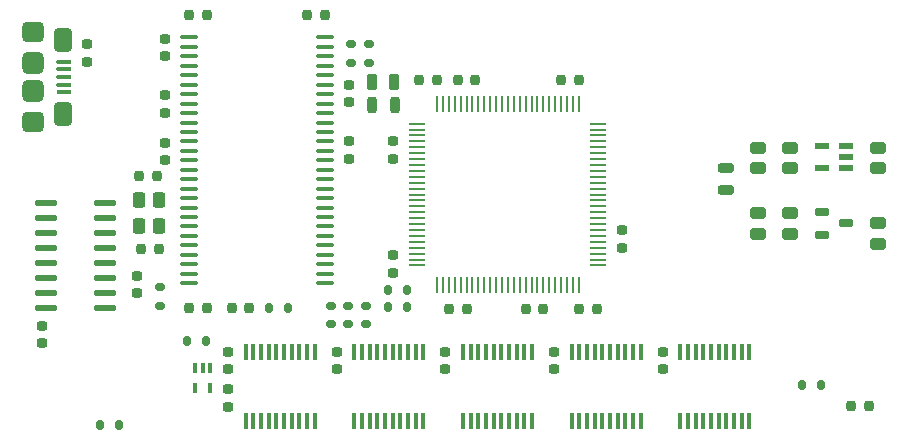
<source format=gtp>
G04 #@! TF.GenerationSoftware,KiCad,Pcbnew,7.0.10*
G04 #@! TF.CreationDate,2024-04-24T06:19:39-04:00*
G04 #@! TF.ProjectId,RAM2E,52414d32-452e-46b6-9963-61645f706362,2.1*
G04 #@! TF.SameCoordinates,Original*
G04 #@! TF.FileFunction,Paste,Top*
G04 #@! TF.FilePolarity,Positive*
%FSLAX46Y46*%
G04 Gerber Fmt 4.6, Leading zero omitted, Abs format (unit mm)*
G04 Created by KiCad (PCBNEW 7.0.10) date 2024-04-24 06:19:39*
%MOMM*%
%LPD*%
G01*
G04 APERTURE LIST*
G04 Aperture macros list*
%AMRoundRect*
0 Rectangle with rounded corners*
0 $1 Rounding radius*
0 $2 $3 $4 $5 $6 $7 $8 $9 X,Y pos of 4 corners*
0 Add a 4 corners polygon primitive as box body*
4,1,4,$2,$3,$4,$5,$6,$7,$8,$9,$2,$3,0*
0 Add four circle primitives for the rounded corners*
1,1,$1+$1,$2,$3*
1,1,$1+$1,$4,$5*
1,1,$1+$1,$6,$7*
1,1,$1+$1,$8,$9*
0 Add four rect primitives between the rounded corners*
20,1,$1+$1,$2,$3,$4,$5,0*
20,1,$1+$1,$4,$5,$6,$7,0*
20,1,$1+$1,$6,$7,$8,$9,0*
20,1,$1+$1,$8,$9,$2,$3,0*%
G04 Aperture macros list end*
%ADD10RoundRect,0.092500X0.092500X-0.592500X0.092500X0.592500X-0.092500X0.592500X-0.092500X-0.592500X0*%
%ADD11RoundRect,0.192500X-0.242500X0.192500X-0.242500X-0.192500X0.242500X-0.192500X0.242500X0.192500X0*%
%ADD12RoundRect,0.099500X-0.625500X-0.099500X0.625500X-0.099500X0.625500X0.099500X-0.625500X0.099500X0*%
%ADD13RoundRect,0.192500X0.192500X0.242500X-0.192500X0.242500X-0.192500X-0.242500X0.192500X-0.242500X0*%
%ADD14RoundRect,0.250000X-0.425000X0.250000X-0.425000X-0.250000X0.425000X-0.250000X0.425000X0.250000X0*%
%ADD15RoundRect,0.192500X-0.192500X-0.242500X0.192500X-0.242500X0.192500X0.242500X-0.192500X0.242500X0*%
%ADD16RoundRect,0.250000X0.425000X-0.250000X0.425000X0.250000X-0.425000X0.250000X-0.425000X-0.250000X0*%
%ADD17RoundRect,0.175000X-0.450000X-0.175000X0.450000X-0.175000X0.450000X0.175000X-0.450000X0.175000X0*%
%ADD18RoundRect,0.200000X0.475000X-0.200000X0.475000X0.200000X-0.475000X0.200000X-0.475000X-0.200000X0*%
%ADD19RoundRect,0.150000X-0.150000X-0.275000X0.150000X-0.275000X0.150000X0.275000X-0.150000X0.275000X0*%
%ADD20RoundRect,0.200000X-0.200000X-0.475000X0.200000X-0.475000X0.200000X0.475000X-0.200000X0.475000X0*%
%ADD21RoundRect,0.224700X0.224700X0.437200X-0.224700X0.437200X-0.224700X-0.437200X0.224700X-0.437200X0*%
%ADD22RoundRect,0.150000X-0.275000X0.150000X-0.275000X-0.150000X0.275000X-0.150000X0.275000X0.150000X0*%
%ADD23RoundRect,0.057500X0.645000X0.057500X-0.645000X0.057500X-0.645000X-0.057500X0.645000X-0.057500X0*%
%ADD24RoundRect,0.057500X0.057500X0.645000X-0.057500X0.645000X-0.057500X-0.645000X0.057500X-0.645000X0*%
%ADD25RoundRect,0.192500X0.242500X-0.192500X0.242500X0.192500X-0.242500X0.192500X-0.242500X-0.192500X0*%
%ADD26RoundRect,0.275000X0.275000X-0.375000X0.275000X0.375000X-0.275000X0.375000X-0.275000X-0.375000X0*%
%ADD27RoundRect,0.137500X0.487500X0.137500X-0.487500X0.137500X-0.487500X-0.137500X0.487500X-0.137500X0*%
%ADD28RoundRect,0.137500X0.812500X0.137500X-0.812500X0.137500X-0.812500X-0.137500X0.812500X-0.137500X0*%
%ADD29RoundRect,0.080000X-0.555000X0.080000X-0.555000X-0.080000X0.555000X-0.080000X0.555000X0.080000X0*%
%ADD30RoundRect,0.075000X-0.550000X0.075000X-0.550000X-0.075000X0.550000X-0.075000X0.550000X0.075000X0*%
%ADD31RoundRect,0.437500X-0.487500X0.437500X-0.487500X-0.437500X0.487500X-0.437500X0.487500X0.437500X0*%
%ADD32RoundRect,0.387500X-0.387500X0.637500X-0.387500X-0.637500X0.387500X-0.637500X0.387500X0.637500X0*%
%ADD33RoundRect,0.462500X-0.462500X0.462500X-0.462500X-0.462500X0.462500X-0.462500X0.462500X0.462500X0*%
%ADD34RoundRect,0.150000X0.275000X-0.150000X0.275000X0.150000X-0.275000X0.150000X-0.275000X-0.150000X0*%
%ADD35RoundRect,0.080000X-0.080000X0.380000X-0.080000X-0.380000X0.080000X-0.380000X0.080000X0.380000X0*%
%ADD36RoundRect,0.150000X0.150000X0.275000X-0.150000X0.275000X-0.150000X-0.275000X0.150000X-0.275000X0*%
G04 APERTURE END LIST*
D10*
X236250000Y-127550000D03*
X236900000Y-127550000D03*
X237550000Y-127550000D03*
X238200000Y-127550000D03*
X238850000Y-127550000D03*
X239500000Y-127550000D03*
X240150000Y-127550000D03*
X240800000Y-127550000D03*
X241450000Y-127550000D03*
X242100000Y-127550000D03*
X242100000Y-121650000D03*
X241450000Y-121650000D03*
X240800000Y-121650000D03*
X240150000Y-121650000D03*
X239500000Y-121650000D03*
X238850000Y-121650000D03*
X238200000Y-121650000D03*
X237550000Y-121650000D03*
X236900000Y-121650000D03*
X236250000Y-121650000D03*
D11*
X234750000Y-121650000D03*
X234750000Y-123150000D03*
X253150000Y-121650000D03*
X253150000Y-123150000D03*
D10*
X254650000Y-127550000D03*
X255300000Y-127550000D03*
X255950000Y-127550000D03*
X256600000Y-127550000D03*
X257250000Y-127550000D03*
X257900000Y-127550000D03*
X258550000Y-127550000D03*
X259200000Y-127550000D03*
X259850000Y-127550000D03*
X260500000Y-127550000D03*
X260500000Y-121650000D03*
X259850000Y-121650000D03*
X259200000Y-121650000D03*
X258550000Y-121650000D03*
X257900000Y-121650000D03*
X257250000Y-121650000D03*
X256600000Y-121650000D03*
X255950000Y-121650000D03*
X255300000Y-121650000D03*
X254650000Y-121650000D03*
D11*
X243950000Y-121650000D03*
X243950000Y-123150000D03*
D10*
X217850000Y-127550000D03*
X218500000Y-127550000D03*
X219150000Y-127550000D03*
X219800000Y-127550000D03*
X220450000Y-127550000D03*
X221100000Y-127550000D03*
X221750000Y-127550000D03*
X222400000Y-127550000D03*
X223050000Y-127550000D03*
X223700000Y-127550000D03*
X223700000Y-121650000D03*
X223050000Y-121650000D03*
X222400000Y-121650000D03*
X221750000Y-121650000D03*
X221100000Y-121650000D03*
X220450000Y-121650000D03*
X219800000Y-121650000D03*
X219150000Y-121650000D03*
X218500000Y-121650000D03*
X217850000Y-121650000D03*
X245450000Y-127550000D03*
X246100000Y-127550000D03*
X246750000Y-127550000D03*
X247400000Y-127550000D03*
X248050000Y-127550000D03*
X248700000Y-127550000D03*
X249350000Y-127550000D03*
X250000000Y-127550000D03*
X250650000Y-127550000D03*
X251300000Y-127550000D03*
X251300000Y-121650000D03*
X250650000Y-121650000D03*
X250000000Y-121650000D03*
X249350000Y-121650000D03*
X248700000Y-121650000D03*
X248050000Y-121650000D03*
X247400000Y-121650000D03*
X246750000Y-121650000D03*
X246100000Y-121650000D03*
X245450000Y-121650000D03*
X227050000Y-127550000D03*
X227700000Y-127550000D03*
X228350000Y-127550000D03*
X229000000Y-127550000D03*
X229650000Y-127550000D03*
X230300000Y-127550000D03*
X230950000Y-127550000D03*
X231600000Y-127550000D03*
X232250000Y-127550000D03*
X232900000Y-127550000D03*
X232900000Y-121650000D03*
X232250000Y-121650000D03*
X231600000Y-121650000D03*
X230950000Y-121650000D03*
X230300000Y-121650000D03*
X229650000Y-121650000D03*
X229000000Y-121650000D03*
X228350000Y-121650000D03*
X227700000Y-121650000D03*
X227050000Y-121650000D03*
D11*
X225550000Y-121650000D03*
X225550000Y-123150000D03*
X226600000Y-103850000D03*
X226600000Y-105350000D03*
X226600000Y-99050000D03*
X226600000Y-100550000D03*
D12*
X213050000Y-95050000D03*
X213050000Y-95850000D03*
X213050000Y-96650000D03*
X213050000Y-97450000D03*
X213050000Y-98250000D03*
X213050000Y-99050000D03*
X213050000Y-99850000D03*
X213050000Y-100650000D03*
X213050000Y-101450000D03*
X213050000Y-102250000D03*
X213050000Y-103050000D03*
X213050000Y-103850000D03*
X213050000Y-104650000D03*
X213050000Y-105450000D03*
X213050000Y-106250000D03*
X213050000Y-107050000D03*
X213050000Y-107850000D03*
X213050000Y-108650000D03*
X213050000Y-109450000D03*
X213050000Y-110250000D03*
X213050000Y-111050000D03*
X213050000Y-111850000D03*
X213050000Y-112650000D03*
X213050000Y-113450000D03*
X213050000Y-114250000D03*
X213050000Y-115050000D03*
X213050000Y-115850000D03*
X224550000Y-115850000D03*
X224550000Y-115050000D03*
X224550000Y-114250000D03*
X224550000Y-113450000D03*
X224550000Y-112650000D03*
X224550000Y-111850000D03*
X224550000Y-111050000D03*
X224550000Y-110250000D03*
X224550000Y-109450000D03*
X224550000Y-108650000D03*
X224550000Y-107850000D03*
X224550000Y-107050000D03*
X224550000Y-106250000D03*
X224550000Y-105450000D03*
X224550000Y-104650000D03*
X224550000Y-103850000D03*
X224550000Y-103050000D03*
X224550000Y-102250000D03*
X224550000Y-101450000D03*
X224550000Y-100650000D03*
X224550000Y-99850000D03*
X224550000Y-99050000D03*
X224550000Y-98250000D03*
X224550000Y-97450000D03*
X224550000Y-96650000D03*
X224550000Y-95850000D03*
X224550000Y-95050000D03*
D13*
X270625000Y-126238000D03*
X269125000Y-126238000D03*
D14*
X271350000Y-110800000D03*
X271350000Y-112500000D03*
D15*
X223050000Y-93150000D03*
X224550000Y-93150000D03*
D16*
X263900000Y-111650000D03*
X263900000Y-109950000D03*
D17*
X266600000Y-109850000D03*
X266600000Y-111750000D03*
X268700000Y-110800000D03*
D16*
X261200000Y-111650000D03*
X261200000Y-109950000D03*
D15*
X213050000Y-93150000D03*
X214550000Y-93150000D03*
D16*
X263900000Y-106100000D03*
X263900000Y-104400000D03*
X261200000Y-106100000D03*
X261200000Y-104400000D03*
D18*
X258500000Y-108000000D03*
X258500000Y-106100000D03*
D19*
X264950000Y-124500000D03*
X266550000Y-124500000D03*
D15*
X246050000Y-118050000D03*
X247550000Y-118050000D03*
D13*
X234050000Y-98650000D03*
X232550000Y-98650000D03*
D20*
X228550000Y-100800000D03*
X230450000Y-100800000D03*
D21*
X230437500Y-98850000D03*
X228562500Y-98850000D03*
D22*
X226550000Y-117750000D03*
X226550000Y-119350000D03*
X228000000Y-117750000D03*
X228000000Y-119350000D03*
X225100000Y-117750000D03*
X225100000Y-119350000D03*
D23*
X247712500Y-114350000D03*
X247712500Y-113850000D03*
X247712500Y-113350000D03*
X247712500Y-112850000D03*
X247712500Y-112350000D03*
X247712500Y-111850000D03*
X247712500Y-111350000D03*
X247712500Y-110850000D03*
X247712500Y-110350000D03*
X247712500Y-109850000D03*
X247712500Y-109350000D03*
X247712500Y-108850000D03*
X247712500Y-108350000D03*
X247712500Y-107850000D03*
X247712500Y-107350000D03*
X247712500Y-106850000D03*
X247712500Y-106350000D03*
X247712500Y-105850000D03*
X247712500Y-105350000D03*
X247712500Y-104850000D03*
X247712500Y-104350000D03*
X247712500Y-103850000D03*
X247712500Y-103350000D03*
X247712500Y-102850000D03*
X247712500Y-102350000D03*
D24*
X246050000Y-100687500D03*
X245550000Y-100687500D03*
X245050000Y-100687500D03*
X244550000Y-100687500D03*
X244050000Y-100687500D03*
X243550000Y-100687500D03*
X243050000Y-100687500D03*
X242550000Y-100687500D03*
X242050000Y-100687500D03*
X241550000Y-100687500D03*
X241050000Y-100687500D03*
X240550000Y-100687500D03*
X240050000Y-100687500D03*
X239550000Y-100687500D03*
X239050000Y-100687500D03*
X238550000Y-100687500D03*
X238050000Y-100687500D03*
X237550000Y-100687500D03*
X237050000Y-100687500D03*
X236550000Y-100687500D03*
X236050000Y-100687500D03*
X235550000Y-100687500D03*
X235050000Y-100687500D03*
X234550000Y-100687500D03*
X234050000Y-100687500D03*
D23*
X232387500Y-102350000D03*
X232387500Y-102850000D03*
X232387500Y-103350000D03*
X232387500Y-103850000D03*
X232387500Y-104350000D03*
X232387500Y-104850000D03*
X232387500Y-105350000D03*
X232387500Y-105850000D03*
X232387500Y-106350000D03*
X232387500Y-106850000D03*
X232387500Y-107350000D03*
X232387500Y-107850000D03*
X232387500Y-108350000D03*
X232387500Y-108850000D03*
X232387500Y-109350000D03*
X232387500Y-109850000D03*
X232387500Y-110350000D03*
X232387500Y-110850000D03*
X232387500Y-111350000D03*
X232387500Y-111850000D03*
X232387500Y-112350000D03*
X232387500Y-112850000D03*
X232387500Y-113350000D03*
X232387500Y-113850000D03*
X232387500Y-114350000D03*
D24*
X234050000Y-116012500D03*
X234550000Y-116012500D03*
X235050000Y-116012500D03*
X235550000Y-116012500D03*
X236050000Y-116012500D03*
X236550000Y-116012500D03*
X237050000Y-116012500D03*
X237550000Y-116012500D03*
X238050000Y-116012500D03*
X238550000Y-116012500D03*
X239050000Y-116012500D03*
X239550000Y-116012500D03*
X240050000Y-116012500D03*
X240550000Y-116012500D03*
X241050000Y-116012500D03*
X241550000Y-116012500D03*
X242050000Y-116012500D03*
X242550000Y-116012500D03*
X243050000Y-116012500D03*
X243550000Y-116012500D03*
X244050000Y-116012500D03*
X244550000Y-116012500D03*
X245050000Y-116012500D03*
X245550000Y-116012500D03*
X246050000Y-116012500D03*
D15*
X235800000Y-98650000D03*
X237300000Y-98650000D03*
D11*
X230350000Y-103850000D03*
X230350000Y-105350000D03*
X230350000Y-113450000D03*
X230350000Y-114950000D03*
D13*
X236550000Y-118050000D03*
X235050000Y-118050000D03*
X243050000Y-118050000D03*
X241550000Y-118050000D03*
D25*
X249750000Y-112850000D03*
X249750000Y-111350000D03*
D13*
X246050000Y-98650000D03*
X244550000Y-98650000D03*
D19*
X229900000Y-117900000D03*
X231500000Y-117900000D03*
X229900000Y-116400000D03*
X231500000Y-116400000D03*
D26*
X210500000Y-111000000D03*
X210500000Y-108800000D03*
X208800000Y-108800000D03*
X208800000Y-111000000D03*
D25*
X204400000Y-97100000D03*
X204400000Y-95600000D03*
D19*
X219800000Y-117950000D03*
X221400000Y-117950000D03*
D11*
X208661000Y-115213000D03*
X208661000Y-116713000D03*
X216350000Y-124800000D03*
X216350000Y-126300000D03*
D27*
X268700000Y-106100000D03*
X268700000Y-105150000D03*
X268700000Y-104200000D03*
X266600000Y-104200000D03*
X266600000Y-106100000D03*
D28*
X205929000Y-117919500D03*
X205929000Y-116649500D03*
X205929000Y-115379500D03*
X205929000Y-114109500D03*
X205929000Y-112839500D03*
X205929000Y-111569500D03*
X205929000Y-110299500D03*
X205929000Y-109029500D03*
X200979000Y-109029500D03*
X200979000Y-110299500D03*
X200979000Y-111569500D03*
X200979000Y-112839500D03*
X200979000Y-114109500D03*
X200979000Y-115379500D03*
X200979000Y-116649500D03*
X200979000Y-117919500D03*
D29*
X202475000Y-97100000D03*
X202475000Y-97750000D03*
X202475000Y-98400000D03*
X202475000Y-99050000D03*
D30*
X202475000Y-99700000D03*
D31*
X199800000Y-94600000D03*
D32*
X202350000Y-95300000D03*
D33*
X199800000Y-97200000D03*
X199800000Y-99600000D03*
D32*
X202350000Y-101500000D03*
D31*
X199800000Y-102200000D03*
D13*
X218150000Y-117950000D03*
X216650000Y-117950000D03*
D34*
X228250000Y-97200000D03*
X228250000Y-95600000D03*
D11*
X216350000Y-121650000D03*
X216350000Y-123150000D03*
D16*
X271350000Y-106100000D03*
X271350000Y-104400000D03*
D35*
X214850000Y-123000000D03*
X214200000Y-123000000D03*
X213550000Y-123000000D03*
X213550000Y-124700000D03*
X214850000Y-124700000D03*
D15*
X213050000Y-117950000D03*
X214550000Y-117950000D03*
D36*
X207150000Y-127900000D03*
X205550000Y-127900000D03*
D34*
X210600000Y-117800000D03*
X210600000Y-116200000D03*
D25*
X211000000Y-101450000D03*
X211000000Y-99950000D03*
D19*
X212900000Y-120750000D03*
X214500000Y-120750000D03*
D13*
X210500000Y-113000000D03*
X209000000Y-113000000D03*
D25*
X211000000Y-96650000D03*
X211000000Y-95150000D03*
D11*
X200596500Y-119443500D03*
X200596500Y-120943500D03*
D34*
X226750000Y-97200000D03*
X226750000Y-95600000D03*
D25*
X211000000Y-105450000D03*
X211000000Y-103950000D03*
D15*
X208800000Y-106800000D03*
X210300000Y-106800000D03*
M02*

</source>
